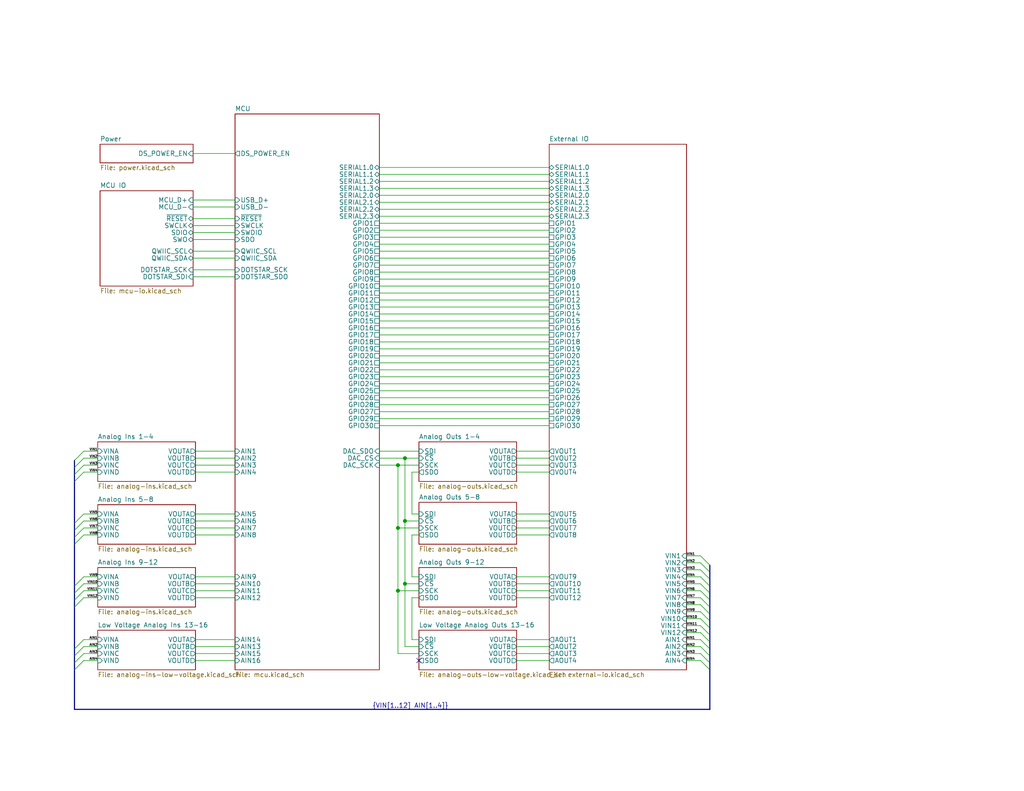
<source format=kicad_sch>
(kicad_sch (version 20230121) (generator eeschema)
  (paper "USLetter")
  (title_block (title "Hubble Motherboard") (date "2021-11-20") (rev "v3") (company "Winterbloom") (comment 1 "Alethea Flowers") (comment 2 "CERN-OHL-P V2") (comment 3 "hubble.wntr.dev"))
  (lib_symbols)
  (junction (at 110.49 125.095))
  (junction (at 108.585 161.29))
  (junction (at 110.49 159.385))
  (junction (at 108.585 144.145))
  (junction (at 108.585 127))
  (junction (at 110.49 142.24))
  (no_connect (at 114.3 180.34))
  (bus_entry (at 20.32 127.635) (size 2.54 -2.54))
  (bus_entry (at 20.32 125.73) (size 2.54 -2.54))
  (bus_entry (at 193.675 175.26) (size -2.54 -2.54))
  (bus_entry (at 20.32 146.685) (size 2.54 -2.54))
  (bus_entry (at 193.675 182.88) (size -2.54 -2.54))
  (bus_entry (at 193.675 154.305) (size -2.54 -2.54))
  (bus_entry (at 20.32 129.54) (size 2.54 -2.54))
  (bus_entry (at 20.32 180.975) (size 2.54 -2.54))
  (bus_entry (at 193.675 156.21) (size -2.54 -2.54))
  (bus_entry (at 20.32 179.07) (size 2.54 -2.54))
  (bus_entry (at 193.675 179.07) (size -2.54 -2.54))
  (bus_entry (at 20.32 161.925) (size 2.54 -2.54))
  (bus_entry (at 20.32 148.59) (size 2.54 -2.54))
  (bus_entry (at 20.32 165.735) (size 2.54 -2.54))
  (bus_entry (at 193.675 171.45) (size -2.54 -2.54))
  (bus_entry (at 20.32 144.78) (size 2.54 -2.54))
  (bus_entry (at 20.32 177.165) (size 2.54 -2.54))
  (bus_entry (at 193.675 158.115) (size -2.54 -2.54))
  (bus_entry (at 193.675 165.735) (size -2.54 -2.54))
  (bus_entry (at 20.32 163.83) (size 2.54 -2.54))
  (bus_entry (at 20.32 160.02) (size 2.54 -2.54))
  (bus_entry (at 20.32 131.445) (size 2.54 -2.54))
  (bus_entry (at 193.675 180.975) (size -2.54 -2.54))
  (bus_entry (at 193.675 173.355) (size -2.54 -2.54))
  (bus_entry (at 193.675 169.545) (size -2.54 -2.54))
  (bus_entry (at 20.32 142.875) (size 2.54 -2.54))
  (bus_entry (at 193.675 177.165) (size -2.54 -2.54))
  (bus_entry (at 20.32 182.88) (size 2.54 -2.54))
  (bus_entry (at 193.675 161.925) (size -2.54 -2.54))
  (bus_entry (at 193.675 160.02) (size -2.54 -2.54))
  (bus_entry (at 193.675 163.83) (size -2.54 -2.54))
  (bus_entry (at 193.675 167.64) (size -2.54 -2.54))
  (wire (pts (xy 110.49 142.24) (xy 114.3 142.24)))
  (wire (pts (xy 191.135 168.91) (xy 187.325 168.91)))
  (wire (pts (xy 22.86 159.385) (xy 26.67 159.385)))
  (wire (pts (xy 53.34 123.19) (xy 64.135 123.19)))
  (wire (pts (xy 191.135 155.575) (xy 187.325 155.575)))
  (wire (pts (xy 103.505 91.44) (xy 149.86 91.44)))
  (bus (pts (xy 193.675 182.88) (xy 193.675 193.675)))
  (bus (pts (xy 20.32 161.925) (xy 20.32 163.83)))
  (wire (pts (xy 140.97 125.095) (xy 149.86 125.095)))
  (wire (pts (xy 52.705 41.91) (xy 64.135 41.91)))
  (wire (pts (xy 191.135 167.005) (xy 187.325 167.005)))
  (wire (pts (xy 103.505 100.965) (xy 149.86 100.965)))
  (wire (pts (xy 140.97 146.05) (xy 149.86 146.05)))
  (wire (pts (xy 53.34 178.435) (xy 64.135 178.435)))
  (wire (pts (xy 103.505 97.155) (xy 149.86 97.155)))
  (wire (pts (xy 108.585 161.29) (xy 108.585 178.435)))
  (wire (pts (xy 22.86 146.05) (xy 26.67 146.05)))
  (wire (pts (xy 22.86 140.335) (xy 26.67 140.335)))
  (wire (pts (xy 191.135 174.625) (xy 187.325 174.625)))
  (wire (pts (xy 114.3 163.195) (xy 112.395 163.195)))
  (wire (pts (xy 22.86 161.29) (xy 26.67 161.29)))
  (bus (pts (xy 193.675 171.45) (xy 193.675 173.355)))
  (wire (pts (xy 108.585 144.145) (xy 114.3 144.145)))
  (wire (pts (xy 108.585 127) (xy 114.3 127)))
  (bus (pts (xy 20.32 165.735) (xy 20.32 177.165)))
  (wire (pts (xy 103.505 76.2) (xy 149.86 76.2)))
  (wire (pts (xy 110.49 159.385) (xy 114.3 159.385)))
  (wire (pts (xy 112.395 157.48) (xy 114.3 157.48)))
  (wire (pts (xy 53.34 146.05) (xy 64.135 146.05)))
  (wire (pts (xy 140.97 128.905) (xy 149.86 128.905)))
  (wire (pts (xy 140.97 163.195) (xy 149.86 163.195)))
  (wire (pts (xy 22.86 128.905) (xy 26.67 128.905)))
  (wire (pts (xy 103.505 57.15) (xy 149.86 57.15)))
  (wire (pts (xy 103.505 110.49) (xy 149.86 110.49)))
  (wire (pts (xy 22.86 127) (xy 26.67 127)))
  (wire (pts (xy 103.505 60.96) (xy 149.86 60.96)))
  (bus (pts (xy 20.32 131.445) (xy 20.32 142.875)))
  (wire (pts (xy 52.705 68.58) (xy 64.135 68.58)))
  (wire (pts (xy 114.3 146.05) (xy 112.395 146.05)))
  (wire (pts (xy 103.505 104.775) (xy 149.86 104.775)))
  (wire (pts (xy 103.505 87.63) (xy 149.86 87.63)))
  (wire (pts (xy 22.86 123.19) (xy 26.67 123.19)))
  (wire (pts (xy 103.505 66.675) (xy 149.86 66.675)))
  (wire (pts (xy 103.505 89.535) (xy 149.86 89.535)))
  (bus (pts (xy 193.675 180.975) (xy 193.675 182.88)))
  (wire (pts (xy 103.505 116.205) (xy 149.86 116.205)))
  (bus (pts (xy 20.32 148.59) (xy 20.32 160.02)))
  (wire (pts (xy 103.505 95.25) (xy 149.86 95.25)))
  (wire (pts (xy 112.395 140.335) (xy 114.3 140.335)))
  (wire (pts (xy 103.505 51.435) (xy 149.86 51.435)))
  (wire (pts (xy 112.395 174.625) (xy 114.3 174.625)))
  (wire (pts (xy 53.34 157.48) (xy 64.135 157.48)))
  (wire (pts (xy 114.3 128.905) (xy 112.395 128.905)))
  (wire (pts (xy 112.395 128.905) (xy 112.395 140.335)))
  (wire (pts (xy 103.505 127) (xy 108.585 127)))
  (wire (pts (xy 103.505 83.82) (xy 149.86 83.82)))
  (bus (pts (xy 193.675 167.64) (xy 193.675 169.545)))
  (wire (pts (xy 140.97 144.145) (xy 149.86 144.145)))
  (wire (pts (xy 22.86 157.48) (xy 26.67 157.48)))
  (wire (pts (xy 140.97 157.48) (xy 149.86 157.48)))
  (bus (pts (xy 193.675 163.83) (xy 193.675 165.735)))
  (bus (pts (xy 193.675 160.02) (xy 193.675 161.925)))
  (wire (pts (xy 52.705 73.66) (xy 64.135 73.66)))
  (wire (pts (xy 53.34 159.385) (xy 64.135 159.385)))
  (wire (pts (xy 108.585 161.29) (xy 114.3 161.29)))
  (wire (pts (xy 22.86 174.625) (xy 26.67 174.625)))
  (wire (pts (xy 108.585 127) (xy 108.585 144.145)))
  (bus (pts (xy 193.675 161.925) (xy 193.675 163.83)))
  (wire (pts (xy 103.505 123.19) (xy 114.3 123.19)))
  (wire (pts (xy 22.86 144.145) (xy 26.67 144.145)))
  (wire (pts (xy 103.505 78.105) (xy 149.86 78.105)))
  (wire (pts (xy 191.135 159.385) (xy 187.325 159.385)))
  (wire (pts (xy 191.135 178.435) (xy 187.325 178.435)))
  (wire (pts (xy 103.505 99.06) (xy 149.86 99.06)))
  (wire (pts (xy 53.34 174.625) (xy 64.135 174.625)))
  (wire (pts (xy 53.34 125.095) (xy 64.135 125.095)))
  (wire (pts (xy 114.3 176.53) (xy 110.49 176.53)))
  (wire (pts (xy 191.135 151.765) (xy 187.325 151.765)))
  (wire (pts (xy 191.135 153.67) (xy 187.325 153.67)))
  (wire (pts (xy 103.505 72.39) (xy 149.86 72.39)))
  (wire (pts (xy 112.395 146.05) (xy 112.395 157.48)))
  (wire (pts (xy 191.135 157.48) (xy 187.325 157.48)))
  (bus (pts (xy 193.675 175.26) (xy 193.675 177.165)))
  (wire (pts (xy 140.97 142.24) (xy 149.86 142.24)))
  (wire (pts (xy 103.505 55.245) (xy 149.86 55.245)))
  (wire (pts (xy 103.505 93.345) (xy 149.86 93.345)))
  (wire (pts (xy 103.505 112.395) (xy 149.86 112.395)))
  (bus (pts (xy 193.675 173.355) (xy 193.675 175.26)))
  (wire (pts (xy 110.49 176.53) (xy 110.49 159.385)))
  (wire (pts (xy 112.395 163.195) (xy 112.395 174.625)))
  (wire (pts (xy 53.34 140.335) (xy 64.135 140.335)))
  (wire (pts (xy 191.135 176.53) (xy 187.325 176.53)))
  (wire (pts (xy 53.34 163.195) (xy 64.135 163.195)))
  (bus (pts (xy 193.675 165.735) (xy 193.675 167.64)))
  (wire (pts (xy 103.505 70.485) (xy 149.86 70.485)))
  (wire (pts (xy 22.86 142.24) (xy 26.67 142.24)))
  (wire (pts (xy 103.505 81.915) (xy 149.86 81.915)))
  (wire (pts (xy 103.505 64.77) (xy 149.86 64.77)))
  (wire (pts (xy 140.97 161.29) (xy 149.86 161.29)))
  (bus (pts (xy 193.675 177.165) (xy 193.675 179.07)))
  (wire (pts (xy 103.505 85.725) (xy 149.86 85.725)))
  (wire (pts (xy 52.705 56.515) (xy 64.135 56.515)))
  (wire (pts (xy 103.505 47.625) (xy 149.86 47.625)))
  (wire (pts (xy 140.97 140.335) (xy 149.86 140.335)))
  (wire (pts (xy 103.505 108.585) (xy 149.86 108.585)))
  (bus (pts (xy 20.32 125.73) (xy 20.32 127.635)))
  (wire (pts (xy 103.505 53.34) (xy 149.86 53.34)))
  (wire (pts (xy 110.49 125.095) (xy 114.3 125.095)))
  (wire (pts (xy 103.505 45.72) (xy 149.86 45.72)))
  (wire (pts (xy 140.97 159.385) (xy 149.86 159.385)))
  (wire (pts (xy 140.97 180.34) (xy 149.86 180.34)))
  (bus (pts (xy 193.675 169.545) (xy 193.675 171.45)))
  (wire (pts (xy 53.34 144.145) (xy 64.135 144.145)))
  (wire (pts (xy 52.705 54.61) (xy 64.135 54.61)))
  (wire (pts (xy 191.135 170.815) (xy 187.325 170.815)))
  (wire (pts (xy 110.49 125.095) (xy 110.49 142.24)))
  (bus (pts (xy 20.32 177.165) (xy 20.32 179.07)))
  (wire (pts (xy 52.705 59.69) (xy 64.135 59.69)))
  (wire (pts (xy 22.86 163.195) (xy 26.67 163.195)))
  (wire (pts (xy 191.135 180.34) (xy 187.325 180.34)))
  (wire (pts (xy 103.505 59.055) (xy 149.86 59.055)))
  (bus (pts (xy 193.675 154.305) (xy 193.675 156.21)))
  (wire (pts (xy 140.97 178.435) (xy 149.86 178.435)))
  (wire (pts (xy 108.585 144.145) (xy 108.585 161.29)))
  (wire (pts (xy 103.505 62.865) (xy 149.86 62.865)))
  (wire (pts (xy 110.49 142.24) (xy 110.49 159.385)))
  (wire (pts (xy 191.135 163.195) (xy 187.325 163.195)))
  (bus (pts (xy 20.32 193.675) (xy 193.675 193.675)))
  (wire (pts (xy 103.505 125.095) (xy 110.49 125.095)))
  (wire (pts (xy 22.86 176.53) (xy 26.67 176.53)))
  (wire (pts (xy 108.585 178.435) (xy 114.3 178.435)))
  (wire (pts (xy 191.135 165.1) (xy 187.325 165.1)))
  (wire (pts (xy 52.705 70.485) (xy 64.135 70.485)))
  (bus (pts (xy 20.32 182.88) (xy 20.32 193.675)))
  (bus (pts (xy 20.32 129.54) (xy 20.32 131.445)))
  (wire (pts (xy 52.705 63.5) (xy 64.135 63.5)))
  (bus (pts (xy 20.32 127.635) (xy 20.32 129.54)))
  (wire (pts (xy 53.34 176.53) (xy 64.135 176.53)))
  (bus (pts (xy 193.675 158.115) (xy 193.675 160.02)))
  (wire (pts (xy 140.97 174.625) (xy 149.86 174.625)))
  (bus (pts (xy 20.32 180.975) (xy 20.32 182.88)))
  (wire (pts (xy 103.505 114.3) (xy 149.86 114.3)))
  (bus (pts (xy 20.32 160.02) (xy 20.32 161.925)))
  (bus (pts (xy 20.32 146.685) (xy 20.32 148.59)))
  (bus (pts (xy 20.32 142.875) (xy 20.32 144.78)))
  (wire (pts (xy 52.705 61.595) (xy 64.135 61.595)))
  (wire (pts (xy 22.86 178.435) (xy 26.67 178.435)))
  (wire (pts (xy 53.34 180.34) (xy 64.135 180.34)))
  (bus (pts (xy 20.32 163.83) (xy 20.32 165.735)))
  (wire (pts (xy 140.97 123.19) (xy 149.86 123.19)))
  (wire (pts (xy 22.86 125.095) (xy 26.67 125.095)))
  (wire (pts (xy 52.705 75.565) (xy 64.135 75.565)))
  (wire (pts (xy 191.135 172.72) (xy 187.325 172.72)))
  (wire (pts (xy 53.34 161.29) (xy 64.135 161.29)))
  (wire (pts (xy 53.34 142.24) (xy 64.135 142.24)))
  (wire (pts (xy 103.505 80.01) (xy 149.86 80.01)))
  (wire (pts (xy 53.34 128.905) (xy 64.135 128.905)))
  (bus (pts (xy 20.32 144.78) (xy 20.32 146.685)))
  (wire (pts (xy 52.705 65.405) (xy 64.135 65.405)))
  (bus (pts (xy 193.675 179.07) (xy 193.675 180.975)))
  (wire (pts (xy 140.97 176.53) (xy 149.86 176.53)))
  (wire (pts (xy 191.135 161.29) (xy 187.325 161.29)))
  (wire (pts (xy 22.86 180.34) (xy 26.67 180.34)))
  (wire (pts (xy 140.97 127) (xy 149.86 127)))
  (wire (pts (xy 103.505 106.68) (xy 149.86 106.68)))
  (bus (pts (xy 20.32 179.07) (xy 20.32 180.975)))
  (wire (pts (xy 103.505 102.87) (xy 149.86 102.87)))
  (wire (pts (xy 103.505 68.58) (xy 149.86 68.58)))
  (wire (pts (xy 103.505 49.53) (xy 149.86 49.53)))
  (wire (pts (xy 53.34 127) (xy 64.135 127)))
  (bus (pts (xy 193.675 156.21) (xy 193.675 158.115)))
  (wire (pts (xy 103.505 74.295) (xy 149.86 74.295)))
  (label "VIN12" (at 26.67 163.195 180) (effects (font (size 0.64 0.64))))
  (label "VIN3" (at 187.325 155.575 0) (effects (font (size 0.64 0.64))))
  (label "VIN4" (at 187.325 157.48 0) (effects (font (size 0.64 0.64))))
  (label "VIN2" (at 26.67 125.095 180) (effects (font (size 0.64 0.64))))
  (label "VIN11" (at 26.67 161.29 180) (effects (font (size 0.64 0.64))))
  (label "VIN6" (at 26.67 142.24 180) (effects (font (size 0.64 0.64))))
  (label "VIN10" (at 26.67 159.385 180) (effects (font (size 0.64 0.64))))
  (label "VIN9" (at 26.67 157.48 180) (effects (font (size 0.64 0.64))))
  (label "AIN4" (at 187.325 180.34 0) (effects (font (size 0.64 0.64))))
  (label "AIN1" (at 187.325 174.625 0) (effects (font (size 0.64 0.64))))
  (label "AIN3" (at 26.67 178.435 180) (effects (font (size 0.64 0.64))))
  (label "AIN1" (at 26.67 174.625 180) (effects (font (size 0.64 0.64))))
  (label "AIN2" (at 26.67 176.53 180) (effects (font (size 0.64 0.64))))
  (label "AIN3" (at 187.325 178.435 0) (effects (font (size 0.64 0.64))))
  (label "VIN5" (at 26.67 140.335 180) (effects (font (size 0.64 0.64))))
  (label "VIN6" (at 187.325 161.29 0) (effects (font (size 0.64 0.64))))
  (label "VIN1" (at 187.325 151.765 0) (effects (font (size 0.64 0.64))))
  (label "VIN8" (at 26.67 146.05 180) (effects (font (size 0.64 0.64))))
  (label "VIN10" (at 187.325 168.91 0) (effects (font (size 0.64 0.64))))
  (label "VIN5" (at 187.325 159.385 0) (effects (font (size 0.64 0.64))))
  (label "VIN7" (at 187.325 163.195 0) (effects (font (size 0.64 0.64))))
  (label "AIN4" (at 26.67 180.34 180) (effects (font (size 0.64 0.64))))
  (label "VIN4" (at 26.67 128.905 180) (effects (font (size 0.64 0.64))))
  (label "{VIN[1..12] AIN[1..4]}" (at 101.6 193.675 0))
  (label "AIN2" (at 187.325 176.53 0) (effects (font (size 0.64 0.64))))
  (label "VIN9" (at 187.325 167.005 0) (effects (font (size 0.64 0.64))))
  (label "VIN1" (at 26.67 123.19 180) (effects (font (size 0.64 0.64))))
  (label "VIN7" (at 26.67 144.145 180) (effects (font (size 0.64 0.64))))
  (label "VIN3" (at 26.67 127 180) (effects (font (size 0.64 0.64))))
  (label "VIN2" (at 187.325 153.67 0) (effects (font (size 0.64 0.64))))
  (label "VIN12" (at 187.325 172.72 0) (effects (font (size 0.64 0.64))))
  (label "VIN11" (at 187.325 170.815 0) (effects (font (size 0.64 0.64))))
  (label "VIN8" (at 187.325 165.1 0) (effects (font (size 0.64 0.64))))
  (sheet (at 27.305 39.37) (size 25.4 5.08)
    (property "Sheetname" "Power" (at 27.305 38.6584 0) (effects (justify left bottom)))
    (property "Sheetfile" "power.kicad_sch" (at 27.305 45.0346 0) (effects (justify left top)))
    (pin "DS_POWER_EN" input (at 52.705 41.91 0))
  )
  (sheet (at 26.67 137.795) (size 26.67 10.795) (stroke (width 0.1524))
    (property "Sheetname" "Analog Ins 5-8" (at 26.67 137.0834 0) (effects (justify left bottom)))
    (property "Sheetfile" "analog-ins.kicad_sch" (at 26.67 149.1746 0) (effects (justify left top)))
    (pin "VOUTC" output (at 53.34 144.145 0))
    (pin "VOUTD" output (at 53.34 146.05 0))
    (pin "VOUTA" output (at 53.34 140.335 0))
    (pin "VOUTB" output (at 53.34 142.24 0))
    (pin "VINA" input (at 26.67 140.335 180))
    (pin "VINB" input (at 26.67 142.24 180))
    (pin "VIND" input (at 26.67 146.05 180))
    (pin "VINC" input (at 26.67 144.145 180))
  )
  (sheet (at 149.86 39.37) (size 37.465 143.51) (stroke (width 0.1524))
    (property "Sheetname" "External IO" (at 149.86 38.6584 0) (effects (justify left bottom)))
    (property "Sheetfile" "external-io.kicad_sch" (at 149.86 183.4646 0) (effects (justify left top)))
    (pin "VIN9" input (at 187.325 167.005 0))
    (pin "AIN3" input (at 187.325 178.435 0))
    (pin "AIN1" input (at 187.325 174.625 0))
    (pin "VIN7" input (at 187.325 163.195 0))
    (pin "VIN11" input (at 187.325 170.815 0))
    (pin "VIN3" input (at 187.325 155.575 0))
    (pin "VIN1" input (at 187.325 151.765 0))
    (pin "VIN5" input (at 187.325 159.385 0))
    (pin "GPIO22" passive (at 149.86 100.965 180))
    (pin "GPIO20" passive (at 149.86 97.155 180))
    (pin "VIN6" input (at 187.325 161.29 0))
    (pin "VIN4" input (at 187.325 157.48 0))
    (pin "VIN2" input (at 187.325 153.67 0))
    (pin "GPIO23" passive (at 149.86 102.87 180))
    (pin "GPIO21" passive (at 149.86 99.06 180))
    (pin "AIN2" input (at 187.325 176.53 0))
    (pin "VIN8" input (at 187.325 165.1 0))
    (pin "VIN12" input (at 187.325 172.72 0))
    (pin "VIN10" input (at 187.325 168.91 0))
    (pin "GPIO2" passive (at 149.86 62.865 180))
    (pin "GPIO4" passive (at 149.86 66.675 180))
    (pin "VOUT2" output (at 149.86 125.095 180))
    (pin "VOUT8" output (at 149.86 146.05 180))
    (pin "VOUT6" output (at 149.86 142.24 180))
    (pin "GPIO5" passive (at 149.86 68.58 180))
    (pin "VOUT4" output (at 149.86 128.905 180))
    (pin "GPIO29" passive (at 149.86 114.3 180))
    (pin "GPIO27" passive (at 149.86 110.49 180))
    (pin "GPIO30" passive (at 149.86 116.205 180))
    (pin "GPIO24" passive (at 149.86 104.775 180))
    (pin "GPIO26" passive (at 149.86 108.585 180))
    (pin "GPIO25" passive (at 149.86 106.68 180))
    (pin "GPIO28" passive (at 149.86 112.395 180))
    (pin "VOUT1" output (at 149.86 123.19 180))
    (pin "VOUT7" output (at 149.86 144.145 180))
    (pin "VOUT3" output (at 149.86 127 180))
    (pin "VOUT5" output (at 149.86 140.335 180))
    (pin "GPIO9" passive (at 149.86 76.2 180))
    (pin "GPIO13" passive (at 149.86 83.82 180))
    (pin "GPIO11" passive (at 149.86 80.01 180))
    (pin "GPIO17" passive (at 149.86 91.44 180))
    (pin "GPIO15" passive (at 149.86 87.63 180))
    (pin "GPIO19" passive (at 149.86 95.25 180))
    (pin "SERIAL2.1" bidirectional (at 149.86 55.245 180))
    (pin "GPIO6" passive (at 149.86 70.485 180))
    (pin "GPIO7" passive (at 149.86 72.39 180))
    (pin "SERIAL2.3" bidirectional (at 149.86 59.055 180))
    (pin "AOUT4" output (at 149.86 180.34 180))
    (pin "VOUT10" output (at 149.86 159.385 180))
    (pin "AOUT2" output (at 149.86 176.53 180))
    (pin "VOUT12" output (at 149.86 163.195 180))
    (pin "GPIO16" passive (at 149.86 89.535 180))
    (pin "GPIO18" passive (at 149.86 93.345 180))
    (pin "GPIO14" passive (at 149.86 85.725 180))
    (pin "AOUT3" output (at 149.86 178.435 180))
    (pin "AOUT1" output (at 149.86 174.625 180))
    (pin "VOUT11" output (at 149.86 161.29 180))
    (pin "VOUT9" output (at 149.86 157.48 180))
    (pin "GPIO10" passive (at 149.86 78.105 180))
    (pin "SERIAL2.0" bidirectional (at 149.86 53.34 180))
    (pin "GPIO8" passive (at 149.86 74.295 180))
    (pin "SERIAL2.2" bidirectional (at 149.86 57.15 180))
    (pin "GPIO12" passive (at 149.86 81.915 180))
    (pin "SERIAL1.0" bidirectional (at 149.86 45.72 180))
    (pin "SERIAL1.2" bidirectional (at 149.86 49.53 180))
    (pin "GPIO1" passive (at 149.86 60.96 180))
    (pin "GPIO3" passive (at 149.86 64.77 180))
    (pin "SERIAL1.1" bidirectional (at 149.86 47.625 180))
    (pin "SERIAL1.3" bidirectional (at 149.86 51.435 180))
    (pin "AIN4" input (at 187.325 180.34 0))
  )
  (sheet (at 114.3 154.94) (size 26.67 10.795) (stroke (width 0.1524))
    (property "Sheetname" "Analog Outs 9-12" (at 114.3 154.2284 0) (effects (justify left bottom)))
    (property "Sheetfile" "analog-outs.kicad_sch" (at 114.3 166.3196 0) (effects (justify left top)))
    (pin "VOUTA" output (at 140.97 157.48 0))
    (pin "SCK" input (at 114.3 161.29 180))
    (pin "SDI" input (at 114.3 157.48 180))
    (pin "SDO" output (at 114.3 163.195 180))
    (pin "VOUTB" output (at 140.97 159.385 0))
    (pin "VOUTC" output (at 140.97 161.29 0))
    (pin "VOUTD" output (at 140.97 163.195 0))
    (pin "~{CS}" input (at 114.3 159.385 180))
  )
  (sheet (at 27.305 52.07) (size 25.4 26.035) (stroke (width 0.1524))
    (property "Sheetname" "MCU IO" (at 27.305 51.3584 0) (effects (justify left bottom)))
    (property "Sheetfile" "mcu-io.kicad_sch" (at 27.305 78.6896 0) (effects (justify left top)))
    (pin "SWO" bidirectional (at 52.705 65.405 0))
    (pin "SWCLK" bidirectional (at 52.705 61.595 0))
    (pin "~{RESET}" bidirectional (at 52.705 59.69 0))
    (pin "SDIO" bidirectional (at 52.705 63.5 0))
    (pin "QWIIC_SDA" bidirectional (at 52.705 70.485 0))
    (pin "QWIIC_SCL" bidirectional (at 52.705 68.58 0))
    (pin "MCU_D-" input (at 52.705 56.515 0))
    (pin "MCU_D+" input (at 52.705 54.61 0))
    (pin "DOTSTAR_SDI" input (at 52.705 75.565 0))
    (pin "DOTSTAR_SCK" input (at 52.705 73.66 0))
  )
  (sheet (at 114.3 137.16) (size 26.67 11.43) (stroke (width 0.1524))
    (property "Sheetname" "Analog Outs 5-8" (at 114.3 136.4484 0) (effects (justify left bottom)))
    (property "Sheetfile" "analog-outs.kicad_sch" (at 114.3 149.1746 0) (effects (justify left top)))
    (pin "VOUTA" output (at 140.97 140.335 0))
    (pin "SCK" input (at 114.3 144.145 180))
    (pin "SDI" input (at 114.3 140.335 180))
    (pin "SDO" output (at 114.3 146.05 180))
    (pin "VOUTB" output (at 140.97 142.24 0))
    (pin "VOUTC" output (at 140.97 144.145 0))
    (pin "VOUTD" output (at 140.97 146.05 0))
    (pin "~{CS}" input (at 114.3 142.24 180))
  )
  (sheet (at 64.135 31.115) (size 39.37 151.765)
    (property "Sheetname" "MCU" (at 64.135 30.4034 0) (effects (justify left bottom)))
    (property "Sheetfile" "mcu.kicad_sch" (at 64.135 183.4646 0) (effects (justify left top)))
    (pin "QWIIC_SDA" input (at 64.135 70.485 180))
    (pin "QWIIC_SCL" input (at 64.135 68.58 180))
    (pin "DAC_CS" input (at 103.505 125.095 0))
    (pin "DAC_SDO" input (at 103.505 123.19 0))
    (pin "DAC_SCK" input (at 103.505 127 0))
    (pin "~{RESET}" input (at 64.135 59.69 180))
    (pin "SWCLK" input (at 64.135 61.595 180))
    (pin "SWDIO" input (at 64.135 63.5 180))
    (pin "SDO" input (at 64.135 65.405 180))
    (pin "USB_D+" input (at 64.135 54.61 180))
    (pin "USB_D-" input (at 64.135 56.515 180))
    (pin "DOTSTAR_SDO" input (at 64.135 75.565 180))
    (pin "DOTSTAR_SCK" input (at 64.135 73.66 180))
    (pin "AIN2" input (at 64.135 125.095 180))
    (pin "AIN1" input (at 64.135 123.19 180))
    (pin "AIN6" input (at 64.135 142.24 180))
    (pin "AIN3" input (at 64.135 127 180))
    (pin "AIN4" input (at 64.135 128.905 180))
    (pin "AIN5" input (at 64.135 140.335 180))
    (pin "AIN7" input (at 64.135 144.145 180))
    (pin "AIN11" input (at 64.135 161.29 180))
    (pin "AIN8" input (at 64.135 146.05 180))
    (pin "AIN9" input (at 64.135 157.48 180))
    (pin "AIN10" input (at 64.135 159.385 180))
    (pin "AIN12" input (at 64.135 163.195 180))
    (pin "AIN16" input (at 64.135 180.34 180))
    (pin "AIN15" input (at 64.135 178.435 180))
    (pin "AIN13" input (at 64.135 176.53 180))
    (pin "AIN14" input (at 64.135 174.625 180))
    (pin "SERIAL1.2" bidirectional (at 103.505 49.53 0))
    (pin "SERIAL1.1" bidirectional (at 103.505 47.625 0))
    (pin "SERIAL1.3" bidirectional (at 103.505 51.435 0))
    (pin "SERIAL2.3" bidirectional (at 103.505 59.055 0))
    (pin "SERIAL2.2" bidirectional (at 103.505 57.15 0))
    (pin "SERIAL1.0" bidirectional (at 103.505 45.72 0))
    (pin "SERIAL2.0" bidirectional (at 103.505 53.34 0))
    (pin "SERIAL2.1" bidirectional (at 103.505 55.245 0))
    (pin "GPIO2" passive (at 103.505 62.865 0))
    (pin "GPIO3" passive (at 103.505 64.77 0))
    (pin "GPIO4" passive (at 103.505 66.675 0))
    (pin "GPIO1" passive (at 103.505 60.96 0))
    (pin "GPIO8" passive (at 103.505 74.295 0))
    (pin "GPIO5" passive (at 103.505 68.58 0))
    (pin "GPIO6" passive (at 103.505 70.485 0))
    (pin "GPIO7" passive (at 103.505 72.39 0))
    (pin "GPIO9" passive (at 103.505 76.2 0))
    (pin "GPIO10" passive (at 103.505 78.105 0))
    (pin "GPIO29" passive (at 103.505 114.3 0))
    (pin "GPIO30" passive (at 103.505 116.205 0))
    (pin "GPIO27" passive (at 103.505 112.395 0))
    (pin "GPIO28" passive (at 103.505 110.49 0))
    (pin "GPIO26" passive (at 103.505 108.585 0))
    (pin "GPIO13" passive (at 103.505 83.82 0))
    (pin "GPIO14" passive (at 103.505 85.725 0))
    (pin "GPIO11" passive (at 103.505 80.01 0))
    (pin "GPIO12" passive (at 103.505 81.915 0))
    (pin "GPIO16" passive (at 103.505 89.535 0))
    (pin "GPIO17" passive (at 103.505 91.44 0))
    (pin "GPIO18" passive (at 103.505 93.345 0))
    (pin "GPIO19" passive (at 103.505 95.25 0))
    (pin "GPIO15" passive (at 103.505 87.63 0))
    (pin "GPIO20" passive (at 103.505 97.155 0))
    (pin "GPIO25" passive (at 103.505 106.68 0))
    (pin "GPIO22" passive (at 103.505 100.965 0))
    (pin "GPIO23" passive (at 103.505 102.87 0))
    (pin "GPIO21" passive (at 103.505 99.06 0))
    (pin "GPIO24" passive (at 103.505 104.775 0))
    (pin "DS_POWER_EN" output (at 64.135 41.91 180))
  )
  (sheet (at 26.67 154.94) (size 26.67 10.795) (stroke (width 0.1524))
    (property "Sheetname" "Analog Ins 9-12" (at 26.67 154.2284 0) (effects (justify left bottom)))
    (property "Sheetfile" "analog-ins.kicad_sch" (at 26.67 166.3196 0) (effects (justify left top)))
    (pin "VOUTC" output (at 53.34 161.29 0))
    (pin "VOUTD" output (at 53.34 163.195 0))
    (pin "VOUTA" output (at 53.34 157.48 0))
    (pin "VOUTB" output (at 53.34 159.385 0))
    (pin "VINA" input (at 26.67 157.48 180))
    (pin "VINB" input (at 26.67 159.385 180))
    (pin "VIND" input (at 26.67 163.195 180))
    (pin "VINC" input (at 26.67 161.29 180))
  )
  (sheet (at 114.3 120.65) (size 26.67 10.795) (stroke (width 0.1524))
    (property "Sheetname" "Analog Outs 1-4" (at 114.3 119.9384 0) (effects (justify left bottom)))
    (property "Sheetfile" "analog-outs.kicad_sch" (at 114.3 132.0296 0) (effects (justify left top)))
    (pin "VOUTA" output (at 140.97 123.19 0))
    (pin "SCK" input (at 114.3 127 180))
    (pin "SDI" input (at 114.3 123.19 180))
    (pin "SDO" output (at 114.3 128.905 180))
    (pin "VOUTB" output (at 140.97 125.095 0))
    (pin "VOUTC" output (at 140.97 127 0))
    (pin "VOUTD" output (at 140.97 128.905 0))
    (pin "~{CS}" input (at 114.3 125.095 180))
  )
  (sheet (at 114.3 172.085) (size 26.67 10.795) (stroke (width 0.1524))
    (property "Sheetname" "Low Voltage Analog Outs 13-16" (at 114.3 171.3734 0) (effects (justify left bottom)))
    (property "Sheetfile" "analog-outs-low-voltage.kicad_sch" (at 114.3 183.4646 0) (effects (justify left top)))
    (pin "VOUTA" output (at 140.97 174.625 0))
    (pin "SCK" input (at 114.3 178.435 180))
    (pin "SDI" input (at 114.3 174.625 180))
    (pin "SDO" output (at 114.3 180.34 180))
    (pin "VOUTB" output (at 140.97 176.53 0))
    (pin "VOUTC" output (at 140.97 178.435 0))
    (pin "VOUTD" output (at 140.97 180.34 0))
    (pin "~{CS}" input (at 114.3 176.53 180))
  )
  (sheet (at 26.67 120.65) (size 26.67 10.795) (stroke (width 0.1524))
    (property "Sheetname" "Analog Ins 1-4" (at 26.67 119.9384 0) (effects (justify left bottom)))
    (property "Sheetfile" "analog-ins.kicad_sch" (at 26.67 132.0296 0) (effects (justify left top)))
    (pin "VOUTC" output (at 53.34 127 0))
    (pin "VOUTD" output (at 53.34 128.905 0))
    (pin "VOUTA" output (at 53.34 123.19 0))
    (pin "VOUTB" output (at 53.34 125.095 0))
    (pin "VINA" input (at 26.67 123.19 180))
    (pin "VINB" input (at 26.67 125.095 180))
    (pin "VIND" input (at 26.67 128.905 180))
    (pin "VINC" input (at 26.67 127 180))
  )
  (sheet (at 26.67 172.085) (size 26.67 10.795) (stroke (width 0.1524))
    (property "Sheetname" "Low Voltage Analog Ins 13-16" (at 26.67 171.3734 0) (effects (justify left bottom)))
    (property "Sheetfile" "analog-ins-low-voltage.kicad_sch" (at 26.67 183.4646 0) (effects (justify left top)))
    (pin "VOUTC" output (at 53.34 178.435 0))
    (pin "VOUTD" output (at 53.34 180.34 0))
    (pin "VOUTA" output (at 53.34 174.625 0))
    (pin "VOUTB" output (at 53.34 176.53 0))
    (pin "VINA" input (at 26.67 174.625 180))
    (pin "VINB" input (at 26.67 176.53 180))
    (pin "VIND" input (at 26.67 180.34 180))
    (pin "VINC" input (at 26.67 178.435 180))
  )
)
</source>
